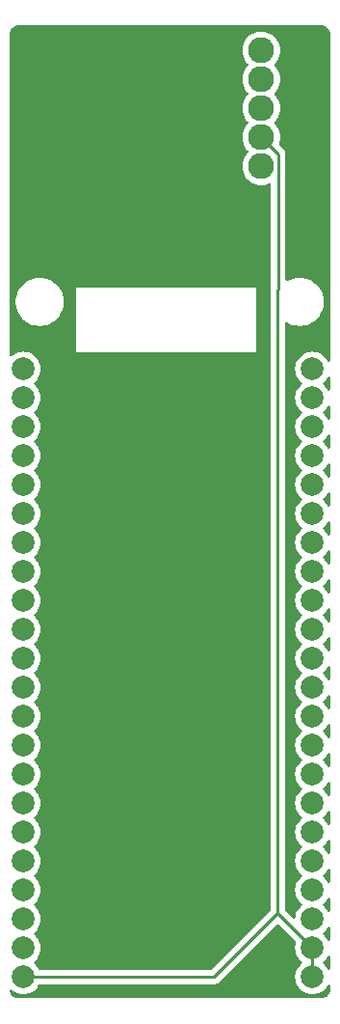
<source format=gbr>
%TF.GenerationSoftware,KiCad,Pcbnew,(6.0.11)*%
%TF.CreationDate,2023-06-18T22:22:59+02:00*%
%TF.ProjectId,rd-03,72642d30-332e-46b6-9963-61645f706362,rev?*%
%TF.SameCoordinates,Original*%
%TF.FileFunction,Copper,L1,Top*%
%TF.FilePolarity,Positive*%
%FSLAX46Y46*%
G04 Gerber Fmt 4.6, Leading zero omitted, Abs format (unit mm)*
G04 Created by KiCad (PCBNEW (6.0.11)) date 2023-06-18 22:22:59*
%MOMM*%
%LPD*%
G01*
G04 APERTURE LIST*
%TA.AperFunction,ComponentPad*%
%ADD10C,2.000000*%
%TD*%
%TA.AperFunction,ComponentPad*%
%ADD11C,2.286000*%
%TD*%
%TA.AperFunction,Conductor*%
%ADD12C,0.250000*%
%TD*%
G04 APERTURE END LIST*
D10*
%TO.P,U2,1,3.3*%
%TO.N,+3.3V*%
X103331736Y-77636900D03*
%TO.P,U2,2,3.3*%
%TO.N,unconnected-(U2-Pad2)*%
X103331736Y-80176900D03*
%TO.P,U2,3,RST*%
%TO.N,unconnected-(U2-Pad3)*%
X103331736Y-82716900D03*
%TO.P,U2,4,4*%
%TO.N,unconnected-(U2-Pad4)*%
X103331736Y-85256900D03*
%TO.P,U2,5,5*%
%TO.N,unconnected-(U2-Pad5)*%
X103331736Y-87796900D03*
%TO.P,U2,6,6*%
%TO.N,unconnected-(U2-Pad6)*%
X103331736Y-90336900D03*
%TO.P,U2,7,7*%
%TO.N,unconnected-(U2-Pad7)*%
X103331736Y-92876900D03*
%TO.P,U2,8,15*%
%TO.N,unconnected-(U2-Pad8)*%
X103331736Y-95416900D03*
%TO.P,U2,9,16*%
%TO.N,unconnected-(U2-Pad9)*%
X103331736Y-97956900D03*
%TO.P,U2,10,17*%
%TO.N,unconnected-(U2-Pad10)*%
X103331736Y-100496900D03*
%TO.P,U2,11,18*%
%TO.N,unconnected-(U2-Pad11)*%
X103331736Y-103036900D03*
%TO.P,U2,12,8*%
%TO.N,unconnected-(U2-Pad12)*%
X103331736Y-105576900D03*
%TO.P,U2,13,3*%
%TO.N,unconnected-(U2-Pad13)*%
X103331736Y-108116900D03*
%TO.P,U2,14,46*%
%TO.N,unconnected-(U2-Pad14)*%
X103331736Y-110656900D03*
%TO.P,U2,15,9*%
%TO.N,unconnected-(U2-Pad15)*%
X103331736Y-113196900D03*
%TO.P,U2,16,10*%
%TO.N,unconnected-(U2-Pad16)*%
X103331736Y-115736900D03*
%TO.P,U2,17,11*%
%TO.N,unconnected-(U2-Pad17)*%
X103331736Y-118276900D03*
%TO.P,U2,18,12*%
%TO.N,unconnected-(U2-Pad18)*%
X103331736Y-120816900D03*
%TO.P,U2,19,13*%
%TO.N,unconnected-(U2-Pad19)*%
X103331736Y-123356900D03*
%TO.P,U2,20,14*%
%TO.N,unconnected-(U2-Pad20)*%
X103331736Y-125896900D03*
%TO.P,U2,21,5V*%
%TO.N,unconnected-(U2-Pad21)*%
X103331736Y-128436900D03*
%TO.P,U2,22,GND*%
%TO.N,GND*%
X103331736Y-130976900D03*
%TO.P,U2,23,GND*%
X128733600Y-130976900D03*
%TO.P,U2,24,GND*%
X128731736Y-128436900D03*
%TO.P,U2,25,19*%
%TO.N,unconnected-(U2-Pad25)*%
X128731736Y-125896900D03*
%TO.P,U2,26,20*%
%TO.N,unconnected-(U2-Pad26)*%
X128731736Y-123356900D03*
%TO.P,U2,27,21*%
%TO.N,unconnected-(U2-Pad27)*%
X128731736Y-120816900D03*
%TO.P,U2,28,47*%
%TO.N,unconnected-(U2-Pad28)*%
X128731736Y-118276900D03*
%TO.P,U2,29,48*%
%TO.N,unconnected-(U2-Pad29)*%
X128731736Y-115736900D03*
%TO.P,U2,30,45*%
%TO.N,unconnected-(U2-Pad30)*%
X128731736Y-113196900D03*
%TO.P,U2,31,0*%
%TO.N,unconnected-(U2-Pad31)*%
X128731736Y-110656900D03*
%TO.P,U2,32,35*%
%TO.N,unconnected-(U2-Pad32)*%
X128731736Y-108116900D03*
%TO.P,U2,33,36*%
%TO.N,unconnected-(U2-Pad33)*%
X128731736Y-105576900D03*
%TO.P,U2,34,37*%
%TO.N,unconnected-(U2-Pad34)*%
X128731736Y-103036900D03*
%TO.P,U2,35,38*%
%TO.N,unconnected-(U2-Pad35)*%
X128731736Y-100496900D03*
%TO.P,U2,36,39*%
%TO.N,unconnected-(U2-Pad36)*%
X128731736Y-97956900D03*
%TO.P,U2,37,40*%
%TO.N,/OT2*%
X128731736Y-95416900D03*
%TO.P,U2,38,41*%
%TO.N,/GPIO41*%
X128731736Y-92876900D03*
%TO.P,U2,39,42*%
%TO.N,/GPIO42*%
X128731736Y-90336900D03*
%TO.P,U2,40,2*%
%TO.N,unconnected-(U2-Pad40)*%
X128731736Y-87796900D03*
%TO.P,U2,41,1*%
%TO.N,unconnected-(U2-Pad41)*%
X128731736Y-85256900D03*
%TO.P,U2,42,RX*%
%TO.N,unconnected-(U2-Pad42)*%
X128731736Y-82716900D03*
%TO.P,U2,43,TX*%
%TO.N,unconnected-(U2-Pad43)*%
X128731736Y-80176900D03*
%TO.P,U2,44,GND*%
%TO.N,unconnected-(U2-Pad44)*%
X128731736Y-77636900D03*
%TD*%
D11*
%TO.P,U1,1,OT2*%
%TO.N,/OT2*%
X124242202Y-49700851D03*
%TO.P,U1,2,RX*%
%TO.N,/GPIO42*%
X124242202Y-52240851D03*
%TO.P,U1,3,OT1*%
%TO.N,/GPIO41*%
X124242202Y-54780851D03*
%TO.P,U1,4,GND*%
%TO.N,GND*%
X124242202Y-57320851D03*
%TO.P,U1,5,3.3*%
%TO.N,+3.3V*%
X124242202Y-59860851D03*
%TD*%
D12*
%TO.N,GND*%
X128731700Y-130975000D02*
X128731700Y-128436900D01*
X128733600Y-130976900D02*
X128731700Y-130975000D01*
X120097900Y-130976900D02*
X125684800Y-125390000D01*
X103331700Y-130976900D02*
X120097900Y-130976900D01*
X125684800Y-70699500D02*
X125684800Y-125390000D01*
X125735500Y-70648800D02*
X125684800Y-70699500D01*
X125735500Y-58814100D02*
X125735500Y-70648800D01*
X124242200Y-57320800D02*
X125735500Y-58814100D01*
X125684800Y-125390000D02*
X128731700Y-128436900D01*
%TD*%
%TA.AperFunction,NonConductor*%
G36*
X130255954Y-78312162D02*
G01*
X130295608Y-78371053D01*
X130301500Y-78409132D01*
X130301500Y-79404668D01*
X130281498Y-79472789D01*
X130227842Y-79519282D01*
X130157568Y-79529386D01*
X130092988Y-79499892D01*
X130068068Y-79470503D01*
X129958501Y-79291707D01*
X129958494Y-79291697D01*
X129955912Y-79287484D01*
X129801705Y-79106931D01*
X129797949Y-79103723D01*
X129797944Y-79103718D01*
X129679680Y-79002711D01*
X129640870Y-78943261D01*
X129640364Y-78872266D01*
X129679680Y-78811089D01*
X129797944Y-78710082D01*
X129797949Y-78710077D01*
X129801705Y-78706869D01*
X129955912Y-78526316D01*
X129958494Y-78522102D01*
X129958501Y-78522093D01*
X130068068Y-78343297D01*
X130120715Y-78295666D01*
X130190757Y-78284059D01*
X130255954Y-78312162D01*
G37*
%TD.AperFunction*%
%TA.AperFunction,NonConductor*%
G36*
X130255954Y-80852162D02*
G01*
X130295608Y-80911053D01*
X130301500Y-80949132D01*
X130301500Y-81944668D01*
X130281498Y-82012789D01*
X130227842Y-82059282D01*
X130157568Y-82069386D01*
X130092988Y-82039892D01*
X130068068Y-82010503D01*
X129958501Y-81831707D01*
X129958494Y-81831697D01*
X129955912Y-81827484D01*
X129801705Y-81646931D01*
X129797949Y-81643723D01*
X129797944Y-81643718D01*
X129679680Y-81542711D01*
X129640870Y-81483261D01*
X129640364Y-81412266D01*
X129679680Y-81351089D01*
X129797944Y-81250082D01*
X129797949Y-81250077D01*
X129801705Y-81246869D01*
X129955912Y-81066316D01*
X129958494Y-81062102D01*
X129958501Y-81062093D01*
X130068068Y-80883297D01*
X130120715Y-80835666D01*
X130190757Y-80824059D01*
X130255954Y-80852162D01*
G37*
%TD.AperFunction*%
%TA.AperFunction,NonConductor*%
G36*
X130255954Y-83392162D02*
G01*
X130295608Y-83451053D01*
X130301500Y-83489132D01*
X130301500Y-84484668D01*
X130281498Y-84552789D01*
X130227842Y-84599282D01*
X130157568Y-84609386D01*
X130092988Y-84579892D01*
X130068068Y-84550503D01*
X129958501Y-84371707D01*
X129958494Y-84371697D01*
X129955912Y-84367484D01*
X129801705Y-84186931D01*
X129797949Y-84183723D01*
X129797944Y-84183718D01*
X129679680Y-84082711D01*
X129640870Y-84023261D01*
X129640364Y-83952266D01*
X129679680Y-83891089D01*
X129797944Y-83790082D01*
X129797949Y-83790077D01*
X129801705Y-83786869D01*
X129955912Y-83606316D01*
X129958494Y-83602102D01*
X129958501Y-83602093D01*
X130068068Y-83423297D01*
X130120715Y-83375666D01*
X130190757Y-83364059D01*
X130255954Y-83392162D01*
G37*
%TD.AperFunction*%
%TA.AperFunction,NonConductor*%
G36*
X130255954Y-85932162D02*
G01*
X130295608Y-85991053D01*
X130301500Y-86029132D01*
X130301500Y-87024668D01*
X130281498Y-87092789D01*
X130227842Y-87139282D01*
X130157568Y-87149386D01*
X130092988Y-87119892D01*
X130068068Y-87090503D01*
X129958501Y-86911707D01*
X129958494Y-86911697D01*
X129955912Y-86907484D01*
X129801705Y-86726931D01*
X129797949Y-86723723D01*
X129797944Y-86723718D01*
X129679680Y-86622711D01*
X129640870Y-86563261D01*
X129640364Y-86492266D01*
X129679680Y-86431089D01*
X129797944Y-86330082D01*
X129797949Y-86330077D01*
X129801705Y-86326869D01*
X129955912Y-86146316D01*
X129958494Y-86142102D01*
X129958501Y-86142093D01*
X130068068Y-85963297D01*
X130120715Y-85915666D01*
X130190757Y-85904059D01*
X130255954Y-85932162D01*
G37*
%TD.AperFunction*%
%TA.AperFunction,NonConductor*%
G36*
X130255954Y-88472162D02*
G01*
X130295608Y-88531053D01*
X130301500Y-88569132D01*
X130301500Y-89564668D01*
X130281498Y-89632789D01*
X130227842Y-89679282D01*
X130157568Y-89689386D01*
X130092988Y-89659892D01*
X130068068Y-89630503D01*
X129958501Y-89451707D01*
X129958494Y-89451697D01*
X129955912Y-89447484D01*
X129801705Y-89266931D01*
X129797949Y-89263723D01*
X129797944Y-89263718D01*
X129679680Y-89162711D01*
X129640870Y-89103261D01*
X129640364Y-89032266D01*
X129679680Y-88971089D01*
X129797944Y-88870082D01*
X129797949Y-88870077D01*
X129801705Y-88866869D01*
X129955912Y-88686316D01*
X129958494Y-88682102D01*
X129958501Y-88682093D01*
X130068068Y-88503297D01*
X130120715Y-88455666D01*
X130190757Y-88444059D01*
X130255954Y-88472162D01*
G37*
%TD.AperFunction*%
%TA.AperFunction,NonConductor*%
G36*
X130255954Y-91012162D02*
G01*
X130295608Y-91071053D01*
X130301500Y-91109132D01*
X130301500Y-92104668D01*
X130281498Y-92172789D01*
X130227842Y-92219282D01*
X130157568Y-92229386D01*
X130092988Y-92199892D01*
X130068068Y-92170503D01*
X129958501Y-91991707D01*
X129958494Y-91991697D01*
X129955912Y-91987484D01*
X129801705Y-91806931D01*
X129797949Y-91803723D01*
X129797944Y-91803718D01*
X129679680Y-91702711D01*
X129640870Y-91643261D01*
X129640364Y-91572266D01*
X129679680Y-91511089D01*
X129797944Y-91410082D01*
X129797949Y-91410077D01*
X129801705Y-91406869D01*
X129955912Y-91226316D01*
X129958494Y-91222102D01*
X129958501Y-91222093D01*
X130068068Y-91043297D01*
X130120715Y-90995666D01*
X130190757Y-90984059D01*
X130255954Y-91012162D01*
G37*
%TD.AperFunction*%
%TA.AperFunction,NonConductor*%
G36*
X130255954Y-93552162D02*
G01*
X130295608Y-93611053D01*
X130301500Y-93649132D01*
X130301500Y-94644668D01*
X130281498Y-94712789D01*
X130227842Y-94759282D01*
X130157568Y-94769386D01*
X130092988Y-94739892D01*
X130068068Y-94710503D01*
X129958501Y-94531707D01*
X129958494Y-94531697D01*
X129955912Y-94527484D01*
X129801705Y-94346931D01*
X129797949Y-94343723D01*
X129797944Y-94343718D01*
X129679680Y-94242711D01*
X129640870Y-94183261D01*
X129640364Y-94112266D01*
X129679680Y-94051089D01*
X129797944Y-93950082D01*
X129797949Y-93950077D01*
X129801705Y-93946869D01*
X129955912Y-93766316D01*
X129958494Y-93762102D01*
X129958501Y-93762093D01*
X130068068Y-93583297D01*
X130120715Y-93535666D01*
X130190757Y-93524059D01*
X130255954Y-93552162D01*
G37*
%TD.AperFunction*%
%TA.AperFunction,NonConductor*%
G36*
X130255954Y-96092162D02*
G01*
X130295608Y-96151053D01*
X130301500Y-96189132D01*
X130301500Y-97184668D01*
X130281498Y-97252789D01*
X130227842Y-97299282D01*
X130157568Y-97309386D01*
X130092988Y-97279892D01*
X130068068Y-97250503D01*
X129958501Y-97071707D01*
X129958494Y-97071697D01*
X129955912Y-97067484D01*
X129801705Y-96886931D01*
X129797949Y-96883723D01*
X129797944Y-96883718D01*
X129679680Y-96782711D01*
X129640870Y-96723261D01*
X129640364Y-96652266D01*
X129679680Y-96591089D01*
X129797944Y-96490082D01*
X129797949Y-96490077D01*
X129801705Y-96486869D01*
X129955912Y-96306316D01*
X129958494Y-96302102D01*
X129958501Y-96302093D01*
X130068068Y-96123297D01*
X130120715Y-96075666D01*
X130190757Y-96064059D01*
X130255954Y-96092162D01*
G37*
%TD.AperFunction*%
%TA.AperFunction,NonConductor*%
G36*
X130255954Y-98632162D02*
G01*
X130295608Y-98691053D01*
X130301500Y-98729132D01*
X130301500Y-99724668D01*
X130281498Y-99792789D01*
X130227842Y-99839282D01*
X130157568Y-99849386D01*
X130092988Y-99819892D01*
X130068068Y-99790503D01*
X129958501Y-99611707D01*
X129958494Y-99611697D01*
X129955912Y-99607484D01*
X129801705Y-99426931D01*
X129797949Y-99423723D01*
X129797944Y-99423718D01*
X129679680Y-99322711D01*
X129640870Y-99263261D01*
X129640364Y-99192266D01*
X129679680Y-99131089D01*
X129797944Y-99030082D01*
X129797949Y-99030077D01*
X129801705Y-99026869D01*
X129955912Y-98846316D01*
X129958494Y-98842102D01*
X129958501Y-98842093D01*
X130068068Y-98663297D01*
X130120715Y-98615666D01*
X130190757Y-98604059D01*
X130255954Y-98632162D01*
G37*
%TD.AperFunction*%
%TA.AperFunction,NonConductor*%
G36*
X130255954Y-101172162D02*
G01*
X130295608Y-101231053D01*
X130301500Y-101269132D01*
X130301500Y-102264668D01*
X130281498Y-102332789D01*
X130227842Y-102379282D01*
X130157568Y-102389386D01*
X130092988Y-102359892D01*
X130068068Y-102330503D01*
X129958501Y-102151707D01*
X129958494Y-102151697D01*
X129955912Y-102147484D01*
X129801705Y-101966931D01*
X129797949Y-101963723D01*
X129797944Y-101963718D01*
X129679680Y-101862711D01*
X129640870Y-101803261D01*
X129640364Y-101732266D01*
X129679680Y-101671089D01*
X129797944Y-101570082D01*
X129797949Y-101570077D01*
X129801705Y-101566869D01*
X129955912Y-101386316D01*
X129958494Y-101382102D01*
X129958501Y-101382093D01*
X130068068Y-101203297D01*
X130120715Y-101155666D01*
X130190757Y-101144059D01*
X130255954Y-101172162D01*
G37*
%TD.AperFunction*%
%TA.AperFunction,NonConductor*%
G36*
X130255954Y-103712162D02*
G01*
X130295608Y-103771053D01*
X130301500Y-103809132D01*
X130301500Y-104804668D01*
X130281498Y-104872789D01*
X130227842Y-104919282D01*
X130157568Y-104929386D01*
X130092988Y-104899892D01*
X130068068Y-104870503D01*
X129958501Y-104691707D01*
X129958494Y-104691697D01*
X129955912Y-104687484D01*
X129801705Y-104506931D01*
X129797949Y-104503723D01*
X129797944Y-104503718D01*
X129679680Y-104402711D01*
X129640870Y-104343261D01*
X129640364Y-104272266D01*
X129679680Y-104211089D01*
X129797944Y-104110082D01*
X129797949Y-104110077D01*
X129801705Y-104106869D01*
X129955912Y-103926316D01*
X129958494Y-103922102D01*
X129958501Y-103922093D01*
X130068068Y-103743297D01*
X130120715Y-103695666D01*
X130190757Y-103684059D01*
X130255954Y-103712162D01*
G37*
%TD.AperFunction*%
%TA.AperFunction,NonConductor*%
G36*
X130255954Y-106252162D02*
G01*
X130295608Y-106311053D01*
X130301500Y-106349132D01*
X130301500Y-107344668D01*
X130281498Y-107412789D01*
X130227842Y-107459282D01*
X130157568Y-107469386D01*
X130092988Y-107439892D01*
X130068068Y-107410503D01*
X129958501Y-107231707D01*
X129958494Y-107231697D01*
X129955912Y-107227484D01*
X129801705Y-107046931D01*
X129797949Y-107043723D01*
X129797944Y-107043718D01*
X129679680Y-106942711D01*
X129640870Y-106883261D01*
X129640364Y-106812266D01*
X129679680Y-106751089D01*
X129797944Y-106650082D01*
X129797949Y-106650077D01*
X129801705Y-106646869D01*
X129955912Y-106466316D01*
X129958494Y-106462102D01*
X129958501Y-106462093D01*
X130068068Y-106283297D01*
X130120715Y-106235666D01*
X130190757Y-106224059D01*
X130255954Y-106252162D01*
G37*
%TD.AperFunction*%
%TA.AperFunction,NonConductor*%
G36*
X130255954Y-108792162D02*
G01*
X130295608Y-108851053D01*
X130301500Y-108889132D01*
X130301500Y-109884668D01*
X130281498Y-109952789D01*
X130227842Y-109999282D01*
X130157568Y-110009386D01*
X130092988Y-109979892D01*
X130068068Y-109950503D01*
X129958501Y-109771707D01*
X129958494Y-109771697D01*
X129955912Y-109767484D01*
X129801705Y-109586931D01*
X129797949Y-109583723D01*
X129797944Y-109583718D01*
X129679680Y-109482711D01*
X129640870Y-109423261D01*
X129640364Y-109352266D01*
X129679680Y-109291089D01*
X129797944Y-109190082D01*
X129797949Y-109190077D01*
X129801705Y-109186869D01*
X129955912Y-109006316D01*
X129958494Y-109002102D01*
X129958501Y-109002093D01*
X130068068Y-108823297D01*
X130120715Y-108775666D01*
X130190757Y-108764059D01*
X130255954Y-108792162D01*
G37*
%TD.AperFunction*%
%TA.AperFunction,NonConductor*%
G36*
X130255954Y-111332162D02*
G01*
X130295608Y-111391053D01*
X130301500Y-111429132D01*
X130301500Y-112424668D01*
X130281498Y-112492789D01*
X130227842Y-112539282D01*
X130157568Y-112549386D01*
X130092988Y-112519892D01*
X130068068Y-112490503D01*
X129958501Y-112311707D01*
X129958494Y-112311697D01*
X129955912Y-112307484D01*
X129801705Y-112126931D01*
X129797949Y-112123723D01*
X129797944Y-112123718D01*
X129679680Y-112022711D01*
X129640870Y-111963261D01*
X129640364Y-111892266D01*
X129679680Y-111831089D01*
X129797944Y-111730082D01*
X129797949Y-111730077D01*
X129801705Y-111726869D01*
X129955912Y-111546316D01*
X129958494Y-111542102D01*
X129958501Y-111542093D01*
X130068068Y-111363297D01*
X130120715Y-111315666D01*
X130190757Y-111304059D01*
X130255954Y-111332162D01*
G37*
%TD.AperFunction*%
%TA.AperFunction,NonConductor*%
G36*
X130255954Y-113872162D02*
G01*
X130295608Y-113931053D01*
X130301500Y-113969132D01*
X130301500Y-114964668D01*
X130281498Y-115032789D01*
X130227842Y-115079282D01*
X130157568Y-115089386D01*
X130092988Y-115059892D01*
X130068068Y-115030503D01*
X129958501Y-114851707D01*
X129958494Y-114851697D01*
X129955912Y-114847484D01*
X129801705Y-114666931D01*
X129797949Y-114663723D01*
X129797944Y-114663718D01*
X129679680Y-114562711D01*
X129640870Y-114503261D01*
X129640364Y-114432266D01*
X129679680Y-114371089D01*
X129797944Y-114270082D01*
X129797949Y-114270077D01*
X129801705Y-114266869D01*
X129955912Y-114086316D01*
X129958494Y-114082102D01*
X129958501Y-114082093D01*
X130068068Y-113903297D01*
X130120715Y-113855666D01*
X130190757Y-113844059D01*
X130255954Y-113872162D01*
G37*
%TD.AperFunction*%
%TA.AperFunction,NonConductor*%
G36*
X130255954Y-116412162D02*
G01*
X130295608Y-116471053D01*
X130301500Y-116509132D01*
X130301500Y-117504668D01*
X130281498Y-117572789D01*
X130227842Y-117619282D01*
X130157568Y-117629386D01*
X130092988Y-117599892D01*
X130068068Y-117570503D01*
X129958501Y-117391707D01*
X129958494Y-117391697D01*
X129955912Y-117387484D01*
X129801705Y-117206931D01*
X129797949Y-117203723D01*
X129797944Y-117203718D01*
X129679680Y-117102711D01*
X129640870Y-117043261D01*
X129640364Y-116972266D01*
X129679680Y-116911089D01*
X129797944Y-116810082D01*
X129797949Y-116810077D01*
X129801705Y-116806869D01*
X129955912Y-116626316D01*
X129958494Y-116622102D01*
X129958501Y-116622093D01*
X130068068Y-116443297D01*
X130120715Y-116395666D01*
X130190757Y-116384059D01*
X130255954Y-116412162D01*
G37*
%TD.AperFunction*%
%TA.AperFunction,NonConductor*%
G36*
X130255954Y-118952162D02*
G01*
X130295608Y-119011053D01*
X130301500Y-119049132D01*
X130301500Y-120044668D01*
X130281498Y-120112789D01*
X130227842Y-120159282D01*
X130157568Y-120169386D01*
X130092988Y-120139892D01*
X130068068Y-120110503D01*
X129958501Y-119931707D01*
X129958494Y-119931697D01*
X129955912Y-119927484D01*
X129801705Y-119746931D01*
X129797949Y-119743723D01*
X129797944Y-119743718D01*
X129679680Y-119642711D01*
X129640870Y-119583261D01*
X129640364Y-119512266D01*
X129679680Y-119451089D01*
X129797944Y-119350082D01*
X129797949Y-119350077D01*
X129801705Y-119346869D01*
X129955912Y-119166316D01*
X129958494Y-119162102D01*
X129958501Y-119162093D01*
X130068068Y-118983297D01*
X130120715Y-118935666D01*
X130190757Y-118924059D01*
X130255954Y-118952162D01*
G37*
%TD.AperFunction*%
%TA.AperFunction,NonConductor*%
G36*
X130255954Y-121492162D02*
G01*
X130295608Y-121551053D01*
X130301500Y-121589132D01*
X130301500Y-122584668D01*
X130281498Y-122652789D01*
X130227842Y-122699282D01*
X130157568Y-122709386D01*
X130092988Y-122679892D01*
X130068068Y-122650503D01*
X129958501Y-122471707D01*
X129958494Y-122471697D01*
X129955912Y-122467484D01*
X129801705Y-122286931D01*
X129797949Y-122283723D01*
X129797944Y-122283718D01*
X129679680Y-122182711D01*
X129640870Y-122123261D01*
X129640364Y-122052266D01*
X129679680Y-121991089D01*
X129797944Y-121890082D01*
X129797949Y-121890077D01*
X129801705Y-121886869D01*
X129955912Y-121706316D01*
X129958494Y-121702102D01*
X129958501Y-121702093D01*
X130068068Y-121523297D01*
X130120715Y-121475666D01*
X130190757Y-121464059D01*
X130255954Y-121492162D01*
G37*
%TD.AperFunction*%
%TA.AperFunction,NonConductor*%
G36*
X130255954Y-124032162D02*
G01*
X130295608Y-124091053D01*
X130301500Y-124129132D01*
X130301500Y-125124668D01*
X130281498Y-125192789D01*
X130227842Y-125239282D01*
X130157568Y-125249386D01*
X130092988Y-125219892D01*
X130068068Y-125190503D01*
X129958501Y-125011707D01*
X129958494Y-125011697D01*
X129955912Y-125007484D01*
X129801705Y-124826931D01*
X129797949Y-124823723D01*
X129797944Y-124823718D01*
X129679680Y-124722711D01*
X129640870Y-124663261D01*
X129640364Y-124592266D01*
X129679680Y-124531089D01*
X129797944Y-124430082D01*
X129797949Y-124430077D01*
X129801705Y-124426869D01*
X129955912Y-124246316D01*
X129958494Y-124242102D01*
X129958501Y-124242093D01*
X130068068Y-124063297D01*
X130120715Y-124015666D01*
X130190757Y-124004059D01*
X130255954Y-124032162D01*
G37*
%TD.AperFunction*%
%TA.AperFunction,NonConductor*%
G36*
X130255954Y-126572162D02*
G01*
X130295608Y-126631053D01*
X130301500Y-126669132D01*
X130301500Y-127664668D01*
X130281498Y-127732789D01*
X130227842Y-127779282D01*
X130157568Y-127789386D01*
X130092988Y-127759892D01*
X130068068Y-127730503D01*
X129958501Y-127551707D01*
X129958494Y-127551697D01*
X129955912Y-127547484D01*
X129801705Y-127366931D01*
X129797949Y-127363723D01*
X129797944Y-127363718D01*
X129679680Y-127262711D01*
X129640870Y-127203261D01*
X129640364Y-127132266D01*
X129679680Y-127071089D01*
X129797944Y-126970082D01*
X129797949Y-126970077D01*
X129801705Y-126966869D01*
X129955912Y-126786316D01*
X129958494Y-126782102D01*
X129958501Y-126782093D01*
X130068068Y-126603297D01*
X130120715Y-126555666D01*
X130190757Y-126544059D01*
X130255954Y-126572162D01*
G37*
%TD.AperFunction*%
%TA.AperFunction,NonConductor*%
G36*
X130255954Y-129112162D02*
G01*
X130295608Y-129171053D01*
X130301500Y-129209132D01*
X130301500Y-130201627D01*
X130281498Y-130269748D01*
X130227842Y-130316241D01*
X130157568Y-130326345D01*
X130092988Y-130296851D01*
X130068067Y-130267462D01*
X129960358Y-130091698D01*
X129957776Y-130087484D01*
X129803569Y-129906931D01*
X129799813Y-129903723D01*
X129799808Y-129903718D01*
X129680612Y-129801915D01*
X129641802Y-129742465D01*
X129641296Y-129671470D01*
X129680612Y-129610293D01*
X129797944Y-129510082D01*
X129797949Y-129510077D01*
X129801705Y-129506869D01*
X129955912Y-129326316D01*
X129958494Y-129322102D01*
X129958501Y-129322093D01*
X130068068Y-129143297D01*
X130120715Y-129095666D01*
X130190757Y-129084059D01*
X130255954Y-129112162D01*
G37*
%TD.AperFunction*%
%TA.AperFunction,NonConductor*%
G36*
X129510018Y-47500000D02*
G01*
X129524852Y-47502310D01*
X129524855Y-47502310D01*
X129533724Y-47503691D01*
X129543659Y-47502392D01*
X129544746Y-47502250D01*
X129573431Y-47501793D01*
X129646741Y-47509013D01*
X129676212Y-47511916D01*
X129700432Y-47516733D01*
X129819546Y-47552866D01*
X129842355Y-47562315D01*
X129952124Y-47620987D01*
X129972655Y-47634705D01*
X130068876Y-47713671D01*
X130086329Y-47731124D01*
X130165295Y-47827345D01*
X130179013Y-47847876D01*
X130237685Y-47957645D01*
X130247134Y-47980454D01*
X130283267Y-48099568D01*
X130288084Y-48123789D01*
X130297541Y-48219809D01*
X130297091Y-48235868D01*
X130297800Y-48235877D01*
X130297690Y-48244853D01*
X130296309Y-48253724D01*
X130297473Y-48262626D01*
X130297473Y-48262628D01*
X130300436Y-48285283D01*
X130301500Y-48301621D01*
X130301500Y-76864668D01*
X130281498Y-76932789D01*
X130227842Y-76979282D01*
X130157568Y-76989386D01*
X130092988Y-76959892D01*
X130068068Y-76930503D01*
X129958501Y-76751707D01*
X129958494Y-76751697D01*
X129955912Y-76747484D01*
X129801705Y-76566931D01*
X129621152Y-76412724D01*
X129616944Y-76410145D01*
X129616938Y-76410141D01*
X129422919Y-76291246D01*
X129418699Y-76288660D01*
X129414129Y-76286767D01*
X129414125Y-76286765D01*
X129203903Y-76199689D01*
X129203901Y-76199688D01*
X129199330Y-76197795D01*
X129119127Y-76178540D01*
X128973260Y-76143520D01*
X128973254Y-76143519D01*
X128968447Y-76142365D01*
X128731736Y-76123735D01*
X128495025Y-76142365D01*
X128490218Y-76143519D01*
X128490212Y-76143520D01*
X128344345Y-76178540D01*
X128264142Y-76197795D01*
X128259571Y-76199688D01*
X128259569Y-76199689D01*
X128049347Y-76286765D01*
X128049343Y-76286767D01*
X128044773Y-76288660D01*
X128040553Y-76291246D01*
X127846534Y-76410141D01*
X127846528Y-76410145D01*
X127842320Y-76412724D01*
X127661767Y-76566931D01*
X127507560Y-76747484D01*
X127504981Y-76751692D01*
X127504977Y-76751698D01*
X127435749Y-76864668D01*
X127383496Y-76949937D01*
X127381603Y-76954507D01*
X127381601Y-76954511D01*
X127294525Y-77164733D01*
X127292631Y-77169306D01*
X127237201Y-77400189D01*
X127218571Y-77636900D01*
X127237201Y-77873611D01*
X127292631Y-78104494D01*
X127294524Y-78109065D01*
X127294525Y-78109067D01*
X127367009Y-78284059D01*
X127383496Y-78323863D01*
X127386082Y-78328083D01*
X127504977Y-78522102D01*
X127504981Y-78522108D01*
X127507560Y-78526316D01*
X127661767Y-78706869D01*
X127665523Y-78710077D01*
X127665528Y-78710082D01*
X127783792Y-78811089D01*
X127822602Y-78870539D01*
X127823108Y-78941534D01*
X127783792Y-79002711D01*
X127665528Y-79103718D01*
X127665523Y-79103723D01*
X127661767Y-79106931D01*
X127507560Y-79287484D01*
X127504981Y-79291692D01*
X127504977Y-79291698D01*
X127435749Y-79404668D01*
X127383496Y-79489937D01*
X127381603Y-79494507D01*
X127381601Y-79494511D01*
X127294525Y-79704733D01*
X127292631Y-79709306D01*
X127237201Y-79940189D01*
X127218571Y-80176900D01*
X127237201Y-80413611D01*
X127292631Y-80644494D01*
X127294524Y-80649065D01*
X127294525Y-80649067D01*
X127367009Y-80824059D01*
X127383496Y-80863863D01*
X127386082Y-80868083D01*
X127504977Y-81062102D01*
X127504981Y-81062108D01*
X127507560Y-81066316D01*
X127661767Y-81246869D01*
X127665523Y-81250077D01*
X127665528Y-81250082D01*
X127783792Y-81351089D01*
X127822602Y-81410539D01*
X127823108Y-81481534D01*
X127783792Y-81542711D01*
X127665528Y-81643718D01*
X127665523Y-81643723D01*
X127661767Y-81646931D01*
X127507560Y-81827484D01*
X127504981Y-81831692D01*
X127504977Y-81831698D01*
X127435749Y-81944668D01*
X127383496Y-82029937D01*
X127381603Y-82034507D01*
X127381601Y-82034511D01*
X127294525Y-82244733D01*
X127292631Y-82249306D01*
X127237201Y-82480189D01*
X127218571Y-82716900D01*
X127237201Y-82953611D01*
X127292631Y-83184494D01*
X127294524Y-83189065D01*
X127294525Y-83189067D01*
X127367009Y-83364059D01*
X127383496Y-83403863D01*
X127386082Y-83408083D01*
X127504977Y-83602102D01*
X127504981Y-83602108D01*
X127507560Y-83606316D01*
X127661767Y-83786869D01*
X127665523Y-83790077D01*
X127665528Y-83790082D01*
X127783792Y-83891089D01*
X127822602Y-83950539D01*
X127823108Y-84021534D01*
X127783792Y-84082711D01*
X127665528Y-84183718D01*
X127665523Y-84183723D01*
X127661767Y-84186931D01*
X127507560Y-84367484D01*
X127504981Y-84371692D01*
X127504977Y-84371698D01*
X127435749Y-84484668D01*
X127383496Y-84569937D01*
X127381603Y-84574507D01*
X127381601Y-84574511D01*
X127294525Y-84784733D01*
X127292631Y-84789306D01*
X127237201Y-85020189D01*
X127218571Y-85256900D01*
X127237201Y-85493611D01*
X127292631Y-85724494D01*
X127294524Y-85729065D01*
X127294525Y-85729067D01*
X127367009Y-85904059D01*
X127383496Y-85943863D01*
X127386082Y-85948083D01*
X127504977Y-86142102D01*
X127504981Y-86142108D01*
X127507560Y-86146316D01*
X127661767Y-86326869D01*
X127665523Y-86330077D01*
X127665528Y-86330082D01*
X127783792Y-86431089D01*
X127822602Y-86490539D01*
X127823108Y-86561534D01*
X127783792Y-86622711D01*
X127665528Y-86723718D01*
X127665523Y-86723723D01*
X127661767Y-86726931D01*
X127507560Y-86907484D01*
X127504981Y-86911692D01*
X127504977Y-86911698D01*
X127435749Y-87024668D01*
X127383496Y-87109937D01*
X127381603Y-87114507D01*
X127381601Y-87114511D01*
X127294525Y-87324733D01*
X127292631Y-87329306D01*
X127237201Y-87560189D01*
X127218571Y-87796900D01*
X127237201Y-88033611D01*
X127292631Y-88264494D01*
X127294524Y-88269065D01*
X127294525Y-88269067D01*
X127367009Y-88444059D01*
X127383496Y-88483863D01*
X127386082Y-88488083D01*
X127504977Y-88682102D01*
X127504981Y-88682108D01*
X127507560Y-88686316D01*
X127661767Y-88866869D01*
X127665523Y-88870077D01*
X127665528Y-88870082D01*
X127783792Y-88971089D01*
X127822602Y-89030539D01*
X127823108Y-89101534D01*
X127783792Y-89162711D01*
X127665528Y-89263718D01*
X127665523Y-89263723D01*
X127661767Y-89266931D01*
X127507560Y-89447484D01*
X127504981Y-89451692D01*
X127504977Y-89451698D01*
X127435749Y-89564668D01*
X127383496Y-89649937D01*
X127381603Y-89654507D01*
X127381601Y-89654511D01*
X127294525Y-89864733D01*
X127292631Y-89869306D01*
X127237201Y-90100189D01*
X127218571Y-90336900D01*
X127237201Y-90573611D01*
X127292631Y-90804494D01*
X127294524Y-90809065D01*
X127294525Y-90809067D01*
X127367009Y-90984059D01*
X127383496Y-91023863D01*
X127386082Y-91028083D01*
X127504977Y-91222102D01*
X127504981Y-91222108D01*
X127507560Y-91226316D01*
X127661767Y-91406869D01*
X127665523Y-91410077D01*
X127665528Y-91410082D01*
X127783792Y-91511089D01*
X127822602Y-91570539D01*
X127823108Y-91641534D01*
X127783792Y-91702711D01*
X127665528Y-91803718D01*
X127665523Y-91803723D01*
X127661767Y-91806931D01*
X127507560Y-91987484D01*
X127504981Y-91991692D01*
X127504977Y-91991698D01*
X127435749Y-92104668D01*
X127383496Y-92189937D01*
X127381603Y-92194507D01*
X127381601Y-92194511D01*
X127294525Y-92404733D01*
X127292631Y-92409306D01*
X127237201Y-92640189D01*
X127218571Y-92876900D01*
X127237201Y-93113611D01*
X127292631Y-93344494D01*
X127294524Y-93349065D01*
X127294525Y-93349067D01*
X127367009Y-93524059D01*
X127383496Y-93563863D01*
X127386082Y-93568083D01*
X127504977Y-93762102D01*
X127504981Y-93762108D01*
X127507560Y-93766316D01*
X127661767Y-93946869D01*
X127665523Y-93950077D01*
X127665528Y-93950082D01*
X127783792Y-94051089D01*
X127822602Y-94110539D01*
X127823108Y-94181534D01*
X127783792Y-94242711D01*
X127665528Y-94343718D01*
X127665523Y-94343723D01*
X127661767Y-94346931D01*
X127507560Y-94527484D01*
X127504981Y-94531692D01*
X127504977Y-94531698D01*
X127435749Y-94644668D01*
X127383496Y-94729937D01*
X127381603Y-94734507D01*
X127381601Y-94734511D01*
X127294525Y-94944733D01*
X127292631Y-94949306D01*
X127237201Y-95180189D01*
X127218571Y-95416900D01*
X127237201Y-95653611D01*
X127292631Y-95884494D01*
X127294524Y-95889065D01*
X127294525Y-95889067D01*
X127367009Y-96064059D01*
X127383496Y-96103863D01*
X127386082Y-96108083D01*
X127504977Y-96302102D01*
X127504981Y-96302108D01*
X127507560Y-96306316D01*
X127661767Y-96486869D01*
X127665523Y-96490077D01*
X127665528Y-96490082D01*
X127783792Y-96591089D01*
X127822602Y-96650539D01*
X127823108Y-96721534D01*
X127783792Y-96782711D01*
X127665528Y-96883718D01*
X127665523Y-96883723D01*
X127661767Y-96886931D01*
X127507560Y-97067484D01*
X127504981Y-97071692D01*
X127504977Y-97071698D01*
X127435749Y-97184668D01*
X127383496Y-97269937D01*
X127381603Y-97274507D01*
X127381601Y-97274511D01*
X127294525Y-97484733D01*
X127292631Y-97489306D01*
X127237201Y-97720189D01*
X127218571Y-97956900D01*
X127237201Y-98193611D01*
X127292631Y-98424494D01*
X127294524Y-98429065D01*
X127294525Y-98429067D01*
X127367009Y-98604059D01*
X127383496Y-98643863D01*
X127386082Y-98648083D01*
X127504977Y-98842102D01*
X127504981Y-98842108D01*
X127507560Y-98846316D01*
X127661767Y-99026869D01*
X127665523Y-99030077D01*
X127665528Y-99030082D01*
X127783792Y-99131089D01*
X127822602Y-99190539D01*
X127823108Y-99261534D01*
X127783792Y-99322711D01*
X127665528Y-99423718D01*
X127665523Y-99423723D01*
X127661767Y-99426931D01*
X127507560Y-99607484D01*
X127504981Y-99611692D01*
X127504977Y-99611698D01*
X127435749Y-99724668D01*
X127383496Y-99809937D01*
X127381603Y-99814507D01*
X127381601Y-99814511D01*
X127294525Y-100024733D01*
X127292631Y-100029306D01*
X127237201Y-100260189D01*
X127218571Y-100496900D01*
X127237201Y-100733611D01*
X127292631Y-100964494D01*
X127294524Y-100969065D01*
X127294525Y-100969067D01*
X127367009Y-101144059D01*
X127383496Y-101183863D01*
X127386082Y-101188083D01*
X127504977Y-101382102D01*
X127504981Y-101382108D01*
X127507560Y-101386316D01*
X127661767Y-101566869D01*
X127665523Y-101570077D01*
X127665528Y-101570082D01*
X127783792Y-101671089D01*
X127822602Y-101730539D01*
X127823108Y-101801534D01*
X127783792Y-101862711D01*
X127665528Y-101963718D01*
X127665523Y-101963723D01*
X127661767Y-101966931D01*
X127507560Y-102147484D01*
X127504981Y-102151692D01*
X127504977Y-102151698D01*
X127435749Y-102264668D01*
X127383496Y-102349937D01*
X127381603Y-102354507D01*
X127381601Y-102354511D01*
X127294525Y-102564733D01*
X127292631Y-102569306D01*
X127237201Y-102800189D01*
X127218571Y-103036900D01*
X127237201Y-103273611D01*
X127292631Y-103504494D01*
X127294524Y-103509065D01*
X127294525Y-103509067D01*
X127367009Y-103684059D01*
X127383496Y-103723863D01*
X127386082Y-103728083D01*
X127504977Y-103922102D01*
X127504981Y-103922108D01*
X127507560Y-103926316D01*
X127661767Y-104106869D01*
X127665523Y-104110077D01*
X127665528Y-104110082D01*
X127783792Y-104211089D01*
X127822602Y-104270539D01*
X127823108Y-104341534D01*
X127783792Y-104402711D01*
X127665528Y-104503718D01*
X127665523Y-104503723D01*
X127661767Y-104506931D01*
X127507560Y-104687484D01*
X127504981Y-104691692D01*
X127504977Y-104691698D01*
X127435749Y-104804668D01*
X127383496Y-104889937D01*
X127381603Y-104894507D01*
X127381601Y-104894511D01*
X127294525Y-105104733D01*
X127292631Y-105109306D01*
X127237201Y-105340189D01*
X127218571Y-105576900D01*
X127237201Y-105813611D01*
X127292631Y-106044494D01*
X127294524Y-106049065D01*
X127294525Y-106049067D01*
X127367009Y-106224059D01*
X127383496Y-106263863D01*
X127386082Y-106268083D01*
X127504977Y-106462102D01*
X127504981Y-106462108D01*
X127507560Y-106466316D01*
X127661767Y-106646869D01*
X127665523Y-106650077D01*
X127665528Y-106650082D01*
X127783792Y-106751089D01*
X127822602Y-106810539D01*
X127823108Y-106881534D01*
X127783792Y-106942711D01*
X127665528Y-107043718D01*
X127665523Y-107043723D01*
X127661767Y-107046931D01*
X127507560Y-107227484D01*
X127504981Y-107231692D01*
X127504977Y-107231698D01*
X127435749Y-107344668D01*
X127383496Y-107429937D01*
X127381603Y-107434507D01*
X127381601Y-107434511D01*
X127294525Y-107644733D01*
X127292631Y-107649306D01*
X127237201Y-107880189D01*
X127218571Y-108116900D01*
X127237201Y-108353611D01*
X127292631Y-108584494D01*
X127294524Y-108589065D01*
X127294525Y-108589067D01*
X127367009Y-108764059D01*
X127383496Y-108803863D01*
X127386082Y-108808083D01*
X127504977Y-109002102D01*
X127504981Y-109002108D01*
X127507560Y-109006316D01*
X127661767Y-109186869D01*
X127665523Y-109190077D01*
X127665528Y-109190082D01*
X127783792Y-109291089D01*
X127822602Y-109350539D01*
X127823108Y-109421534D01*
X127783792Y-109482711D01*
X127665528Y-109583718D01*
X127665523Y-109583723D01*
X127661767Y-109586931D01*
X127507560Y-109767484D01*
X127504981Y-109771692D01*
X127504977Y-109771698D01*
X127435749Y-109884668D01*
X127383496Y-109969937D01*
X127381603Y-109974507D01*
X127381601Y-109974511D01*
X127294525Y-110184733D01*
X127292631Y-110189306D01*
X127237201Y-110420189D01*
X127218571Y-110656900D01*
X127237201Y-110893611D01*
X127292631Y-111124494D01*
X127294524Y-111129065D01*
X127294525Y-111129067D01*
X127367009Y-111304059D01*
X127383496Y-111343863D01*
X127386082Y-111348083D01*
X127504977Y-111542102D01*
X127504981Y-111542108D01*
X127507560Y-111546316D01*
X127661767Y-111726869D01*
X127665523Y-111730077D01*
X127665528Y-111730082D01*
X127783792Y-111831089D01*
X127822602Y-111890539D01*
X127823108Y-111961534D01*
X127783792Y-112022711D01*
X127665528Y-112123718D01*
X127665523Y-112123723D01*
X127661767Y-112126931D01*
X127507560Y-112307484D01*
X127504981Y-112311692D01*
X127504977Y-112311698D01*
X127435749Y-112424668D01*
X127383496Y-112509937D01*
X127381603Y-112514507D01*
X127381601Y-112514511D01*
X127294525Y-112724733D01*
X127292631Y-112729306D01*
X127237201Y-112960189D01*
X127218571Y-113196900D01*
X127237201Y-113433611D01*
X127292631Y-113664494D01*
X127294524Y-113669065D01*
X127294525Y-113669067D01*
X127367009Y-113844059D01*
X127383496Y-113883863D01*
X127386082Y-113888083D01*
X127504977Y-114082102D01*
X127504981Y-114082108D01*
X127507560Y-114086316D01*
X127661767Y-114266869D01*
X127665523Y-114270077D01*
X127665528Y-114270082D01*
X127783792Y-114371089D01*
X127822602Y-114430539D01*
X127823108Y-114501534D01*
X127783792Y-114562711D01*
X127665528Y-114663718D01*
X127665523Y-114663723D01*
X127661767Y-114666931D01*
X127507560Y-114847484D01*
X127504981Y-114851692D01*
X127504977Y-114851698D01*
X127435749Y-114964668D01*
X127383496Y-115049937D01*
X127381603Y-115054507D01*
X127381601Y-115054511D01*
X127294525Y-115264733D01*
X127292631Y-115269306D01*
X127237201Y-115500189D01*
X127218571Y-115736900D01*
X127237201Y-115973611D01*
X127292631Y-116204494D01*
X127294524Y-116209065D01*
X127294525Y-116209067D01*
X127367009Y-116384059D01*
X127383496Y-116423863D01*
X127386082Y-116428083D01*
X127504977Y-116622102D01*
X127504981Y-116622108D01*
X127507560Y-116626316D01*
X127661767Y-116806869D01*
X127665523Y-116810077D01*
X127665528Y-116810082D01*
X127783792Y-116911089D01*
X127822602Y-116970539D01*
X127823108Y-117041534D01*
X127783792Y-117102711D01*
X127665528Y-117203718D01*
X127665523Y-117203723D01*
X127661767Y-117206931D01*
X127507560Y-117387484D01*
X127504981Y-117391692D01*
X127504977Y-117391698D01*
X127435749Y-117504668D01*
X127383496Y-117589937D01*
X127381603Y-117594507D01*
X127381601Y-117594511D01*
X127294525Y-117804733D01*
X127292631Y-117809306D01*
X127237201Y-118040189D01*
X127218571Y-118276900D01*
X127237201Y-118513611D01*
X127292631Y-118744494D01*
X127294524Y-118749065D01*
X127294525Y-118749067D01*
X127367009Y-118924059D01*
X127383496Y-118963863D01*
X127386082Y-118968083D01*
X127504977Y-119162102D01*
X127504981Y-119162108D01*
X127507560Y-119166316D01*
X127661767Y-119346869D01*
X127665523Y-119350077D01*
X127665528Y-119350082D01*
X127783792Y-119451089D01*
X127822602Y-119510539D01*
X127823108Y-119581534D01*
X127783792Y-119642711D01*
X127665528Y-119743718D01*
X127665523Y-119743723D01*
X127661767Y-119746931D01*
X127507560Y-119927484D01*
X127504981Y-119931692D01*
X127504977Y-119931698D01*
X127435749Y-120044668D01*
X127383496Y-120129937D01*
X127381603Y-120134507D01*
X127381601Y-120134511D01*
X127294525Y-120344733D01*
X127292631Y-120349306D01*
X127237201Y-120580189D01*
X127218571Y-120816900D01*
X127237201Y-121053611D01*
X127292631Y-121284494D01*
X127294524Y-121289065D01*
X127294525Y-121289067D01*
X127367009Y-121464059D01*
X127383496Y-121503863D01*
X127386082Y-121508083D01*
X127504977Y-121702102D01*
X127504981Y-121702108D01*
X127507560Y-121706316D01*
X127661767Y-121886869D01*
X127665523Y-121890077D01*
X127665528Y-121890082D01*
X127783792Y-121991089D01*
X127822602Y-122050539D01*
X127823108Y-122121534D01*
X127783792Y-122182711D01*
X127665528Y-122283718D01*
X127665523Y-122283723D01*
X127661767Y-122286931D01*
X127507560Y-122467484D01*
X127504981Y-122471692D01*
X127504977Y-122471698D01*
X127435749Y-122584668D01*
X127383496Y-122669937D01*
X127381603Y-122674507D01*
X127381601Y-122674511D01*
X127294525Y-122884733D01*
X127292631Y-122889306D01*
X127237201Y-123120189D01*
X127218571Y-123356900D01*
X127237201Y-123593611D01*
X127292631Y-123824494D01*
X127294524Y-123829065D01*
X127294525Y-123829067D01*
X127367009Y-124004059D01*
X127383496Y-124043863D01*
X127386082Y-124048083D01*
X127504977Y-124242102D01*
X127504981Y-124242108D01*
X127507560Y-124246316D01*
X127661767Y-124426869D01*
X127665523Y-124430077D01*
X127665528Y-124430082D01*
X127783792Y-124531089D01*
X127822602Y-124590539D01*
X127823108Y-124661534D01*
X127783792Y-124722711D01*
X127665528Y-124823718D01*
X127665523Y-124823723D01*
X127661767Y-124826931D01*
X127507560Y-125007484D01*
X127504981Y-125011692D01*
X127504977Y-125011698D01*
X127433955Y-125127596D01*
X127383496Y-125209937D01*
X127381603Y-125214507D01*
X127381601Y-125214511D01*
X127294525Y-125424733D01*
X127292631Y-125429306D01*
X127237201Y-125660189D01*
X127236813Y-125665123D01*
X127230460Y-125745839D01*
X127205174Y-125812180D01*
X127148036Y-125854320D01*
X127077186Y-125858879D01*
X127015753Y-125825048D01*
X126355205Y-125164500D01*
X126321179Y-125102188D01*
X126318300Y-125075405D01*
X126318300Y-73650999D01*
X126338302Y-73582878D01*
X126391958Y-73536385D01*
X126462232Y-73526281D01*
X126513795Y-73547055D01*
X126514188Y-73546422D01*
X126517829Y-73548679D01*
X126521317Y-73551186D01*
X126525112Y-73553195D01*
X126525113Y-73553196D01*
X126546869Y-73564715D01*
X126775392Y-73685712D01*
X127045373Y-73784511D01*
X127326264Y-73845755D01*
X127354841Y-73848004D01*
X127549282Y-73863307D01*
X127549291Y-73863307D01*
X127551739Y-73863500D01*
X127707271Y-73863500D01*
X127709407Y-73863354D01*
X127709418Y-73863354D01*
X127917548Y-73849165D01*
X127917554Y-73849164D01*
X127921825Y-73848873D01*
X127926020Y-73848004D01*
X127926022Y-73848004D01*
X128062584Y-73819723D01*
X128203342Y-73790574D01*
X128474343Y-73694607D01*
X128729812Y-73562750D01*
X128733313Y-73560289D01*
X128733317Y-73560287D01*
X128847418Y-73480095D01*
X128965023Y-73397441D01*
X129175622Y-73201740D01*
X129357713Y-72979268D01*
X129507927Y-72734142D01*
X129623483Y-72470898D01*
X129702244Y-72194406D01*
X129742751Y-71909784D01*
X129742845Y-71891951D01*
X129744235Y-71626583D01*
X129744235Y-71626576D01*
X129744257Y-71622297D01*
X129706732Y-71337266D01*
X129630871Y-71059964D01*
X129518077Y-70795524D01*
X129370439Y-70548839D01*
X129190687Y-70324472D01*
X128982149Y-70126577D01*
X128748683Y-69958814D01*
X128726843Y-69947250D01*
X128690221Y-69927860D01*
X128494608Y-69824288D01*
X128224627Y-69725489D01*
X127943736Y-69664245D01*
X127912685Y-69661801D01*
X127720718Y-69646693D01*
X127720709Y-69646693D01*
X127718261Y-69646500D01*
X127562729Y-69646500D01*
X127560593Y-69646646D01*
X127560582Y-69646646D01*
X127352452Y-69660835D01*
X127352446Y-69660836D01*
X127348175Y-69661127D01*
X127343980Y-69661996D01*
X127343978Y-69661996D01*
X127207416Y-69690277D01*
X127066658Y-69719426D01*
X126795657Y-69815393D01*
X126552789Y-69940746D01*
X126483083Y-69954215D01*
X126417159Y-69927860D01*
X126375950Y-69870047D01*
X126369000Y-69828780D01*
X126369000Y-58892867D01*
X126369527Y-58881684D01*
X126371202Y-58874191D01*
X126369062Y-58806114D01*
X126369000Y-58802155D01*
X126369000Y-58774244D01*
X126368495Y-58770244D01*
X126367562Y-58758401D01*
X126366422Y-58722129D01*
X126366173Y-58714210D01*
X126360522Y-58694758D01*
X126356514Y-58675406D01*
X126354967Y-58663163D01*
X126353974Y-58655303D01*
X126351056Y-58647932D01*
X126337700Y-58614197D01*
X126333855Y-58602970D01*
X126330334Y-58590851D01*
X126321518Y-58560507D01*
X126311207Y-58543072D01*
X126302512Y-58525324D01*
X126295052Y-58506483D01*
X126269064Y-58470713D01*
X126262548Y-58460793D01*
X126244080Y-58429565D01*
X126244078Y-58429562D01*
X126240042Y-58422738D01*
X126225721Y-58408417D01*
X126212880Y-58393383D01*
X126205631Y-58383406D01*
X126200972Y-58376993D01*
X126166895Y-58348802D01*
X126158116Y-58340812D01*
X125828156Y-58010852D01*
X125794130Y-57948540D01*
X125800843Y-57873538D01*
X125815833Y-57837350D01*
X125815836Y-57837342D01*
X125817729Y-57832771D01*
X125878413Y-57580001D01*
X125898809Y-57320851D01*
X125878413Y-57061701D01*
X125817729Y-56808931D01*
X125718250Y-56568767D01*
X125582425Y-56347122D01*
X125413600Y-56149453D01*
X125409838Y-56146240D01*
X125406335Y-56142737D01*
X125407203Y-56141869D01*
X125371523Y-56087214D01*
X125371015Y-56016220D01*
X125407233Y-55959863D01*
X125406335Y-55958965D01*
X125409838Y-55955462D01*
X125413600Y-55952249D01*
X125582425Y-55754580D01*
X125718250Y-55532935D01*
X125817729Y-55292771D01*
X125878413Y-55040001D01*
X125898809Y-54780851D01*
X125878413Y-54521701D01*
X125817729Y-54268931D01*
X125718250Y-54028767D01*
X125582425Y-53807122D01*
X125413600Y-53609453D01*
X125409838Y-53606240D01*
X125406335Y-53602737D01*
X125407203Y-53601869D01*
X125371523Y-53547214D01*
X125371015Y-53476220D01*
X125407233Y-53419863D01*
X125406335Y-53418965D01*
X125409838Y-53415462D01*
X125413600Y-53412249D01*
X125582425Y-53214580D01*
X125718250Y-52992935D01*
X125817729Y-52752771D01*
X125878413Y-52500001D01*
X125898809Y-52240851D01*
X125878413Y-51981701D01*
X125817729Y-51728931D01*
X125718250Y-51488767D01*
X125582425Y-51267122D01*
X125413600Y-51069453D01*
X125409838Y-51066240D01*
X125406335Y-51062737D01*
X125407203Y-51061869D01*
X125371523Y-51007214D01*
X125371015Y-50936220D01*
X125407233Y-50879863D01*
X125406335Y-50878965D01*
X125409838Y-50875462D01*
X125413600Y-50872249D01*
X125582425Y-50674580D01*
X125718250Y-50452935D01*
X125817729Y-50212771D01*
X125878413Y-49960001D01*
X125898809Y-49700851D01*
X125878413Y-49441701D01*
X125817729Y-49188931D01*
X125718250Y-48948767D01*
X125582425Y-48727122D01*
X125413600Y-48529453D01*
X125215931Y-48360628D01*
X124994286Y-48224803D01*
X124989716Y-48222910D01*
X124989714Y-48222909D01*
X124758695Y-48127218D01*
X124758693Y-48127217D01*
X124754122Y-48125324D01*
X124667659Y-48104566D01*
X124506165Y-48065795D01*
X124506159Y-48065794D01*
X124501352Y-48064640D01*
X124242202Y-48044244D01*
X123983052Y-48064640D01*
X123978245Y-48065794D01*
X123978239Y-48065795D01*
X123816745Y-48104566D01*
X123730282Y-48125324D01*
X123725711Y-48127217D01*
X123725709Y-48127218D01*
X123494690Y-48222909D01*
X123494688Y-48222910D01*
X123490118Y-48224803D01*
X123268473Y-48360628D01*
X123070804Y-48529453D01*
X122901979Y-48727122D01*
X122766154Y-48948767D01*
X122666675Y-49188931D01*
X122605991Y-49441701D01*
X122585595Y-49700851D01*
X122605991Y-49960001D01*
X122666675Y-50212771D01*
X122766154Y-50452935D01*
X122901979Y-50674580D01*
X123070804Y-50872249D01*
X123074566Y-50875462D01*
X123078069Y-50878965D01*
X123077201Y-50879833D01*
X123112881Y-50934488D01*
X123113389Y-51005482D01*
X123077171Y-51061839D01*
X123078069Y-51062737D01*
X123074566Y-51066240D01*
X123070804Y-51069453D01*
X122901979Y-51267122D01*
X122766154Y-51488767D01*
X122666675Y-51728931D01*
X122605991Y-51981701D01*
X122585595Y-52240851D01*
X122605991Y-52500001D01*
X122666675Y-52752771D01*
X122766154Y-52992935D01*
X122901979Y-53214580D01*
X123070804Y-53412249D01*
X123074566Y-53415462D01*
X123078069Y-53418965D01*
X123077201Y-53419833D01*
X123112881Y-53474488D01*
X123113389Y-53545482D01*
X123077171Y-53601839D01*
X123078069Y-53602737D01*
X123074566Y-53606240D01*
X123070804Y-53609453D01*
X122901979Y-53807122D01*
X122766154Y-54028767D01*
X122666675Y-54268931D01*
X122605991Y-54521701D01*
X122585595Y-54780851D01*
X122605991Y-55040001D01*
X122666675Y-55292771D01*
X122766154Y-55532935D01*
X122901979Y-55754580D01*
X123070804Y-55952249D01*
X123074566Y-55955462D01*
X123078069Y-55958965D01*
X123077201Y-55959833D01*
X123112881Y-56014488D01*
X123113389Y-56085482D01*
X123077171Y-56141839D01*
X123078069Y-56142737D01*
X123074566Y-56146240D01*
X123070804Y-56149453D01*
X122901979Y-56347122D01*
X122766154Y-56568767D01*
X122666675Y-56808931D01*
X122605991Y-57061701D01*
X122585595Y-57320851D01*
X122605991Y-57580001D01*
X122666675Y-57832771D01*
X122668568Y-57837342D01*
X122668569Y-57837344D01*
X122715780Y-57951320D01*
X122766154Y-58072935D01*
X122901979Y-58294580D01*
X123070804Y-58492249D01*
X123074566Y-58495462D01*
X123078069Y-58498965D01*
X123077201Y-58499833D01*
X123112881Y-58554488D01*
X123113389Y-58625482D01*
X123077171Y-58681839D01*
X123078069Y-58682737D01*
X123074566Y-58686240D01*
X123070804Y-58689453D01*
X123067591Y-58693215D01*
X122974548Y-58802155D01*
X122901979Y-58887122D01*
X122766154Y-59108767D01*
X122666675Y-59348931D01*
X122605991Y-59601701D01*
X122585595Y-59860851D01*
X122605991Y-60120001D01*
X122666675Y-60372771D01*
X122766154Y-60612935D01*
X122901979Y-60834580D01*
X123070804Y-61032249D01*
X123268473Y-61201074D01*
X123490118Y-61336899D01*
X123494688Y-61338792D01*
X123494690Y-61338793D01*
X123556622Y-61364446D01*
X123730282Y-61436378D01*
X123785752Y-61449695D01*
X123978239Y-61495907D01*
X123978245Y-61495908D01*
X123983052Y-61497062D01*
X124242202Y-61517458D01*
X124501352Y-61497062D01*
X124506159Y-61495908D01*
X124506165Y-61495907D01*
X124698652Y-61449695D01*
X124754122Y-61436378D01*
X124927781Y-61364446D01*
X124998372Y-61356857D01*
X125061859Y-61388636D01*
X125098086Y-61449695D01*
X125102000Y-61480855D01*
X125102000Y-70415585D01*
X125093518Y-70460050D01*
X125091105Y-70464440D01*
X125089134Y-70472115D01*
X125089134Y-70472116D01*
X125086067Y-70484062D01*
X125079663Y-70502766D01*
X125071619Y-70521355D01*
X125070380Y-70529178D01*
X125070377Y-70529188D01*
X125064701Y-70565024D01*
X125062295Y-70576644D01*
X125051300Y-70619470D01*
X125051300Y-70639724D01*
X125049749Y-70659434D01*
X125046580Y-70679443D01*
X125047326Y-70687335D01*
X125050741Y-70723461D01*
X125051300Y-70735319D01*
X125051300Y-125075406D01*
X125031298Y-125143527D01*
X125014395Y-125164501D01*
X119872400Y-130306495D01*
X119810088Y-130340521D01*
X119783305Y-130343400D01*
X104783302Y-130343400D01*
X104715181Y-130323398D01*
X104675869Y-130283235D01*
X104558495Y-130091698D01*
X104558491Y-130091692D01*
X104555912Y-130087484D01*
X104401705Y-129906931D01*
X104397949Y-129903723D01*
X104397944Y-129903718D01*
X104279680Y-129802711D01*
X104240870Y-129743261D01*
X104240364Y-129672266D01*
X104279680Y-129611089D01*
X104397944Y-129510082D01*
X104397949Y-129510077D01*
X104401705Y-129506869D01*
X104555912Y-129326316D01*
X104558491Y-129322108D01*
X104558495Y-129322102D01*
X104677390Y-129128083D01*
X104679976Y-129123863D01*
X104696464Y-129084059D01*
X104768947Y-128909067D01*
X104768948Y-128909065D01*
X104770841Y-128904494D01*
X104826271Y-128673611D01*
X104844901Y-128436900D01*
X104826271Y-128200189D01*
X104770841Y-127969306D01*
X104768947Y-127964733D01*
X104681871Y-127754511D01*
X104681869Y-127754507D01*
X104679976Y-127749937D01*
X104627723Y-127664668D01*
X104558495Y-127551698D01*
X104558491Y-127551692D01*
X104555912Y-127547484D01*
X104401705Y-127366931D01*
X104397949Y-127363723D01*
X104397944Y-127363718D01*
X104279680Y-127262711D01*
X104240870Y-127203261D01*
X104240364Y-127132266D01*
X104279680Y-127071089D01*
X104397944Y-126970082D01*
X104397949Y-126970077D01*
X104401705Y-126966869D01*
X104555912Y-126786316D01*
X104558491Y-126782108D01*
X104558495Y-126782102D01*
X104677390Y-126588083D01*
X104679976Y-126583863D01*
X104696464Y-126544059D01*
X104768947Y-126369067D01*
X104768948Y-126369065D01*
X104770841Y-126364494D01*
X104826271Y-126133611D01*
X104844901Y-125896900D01*
X104826271Y-125660189D01*
X104770841Y-125429306D01*
X104768947Y-125424733D01*
X104681871Y-125214511D01*
X104681869Y-125214507D01*
X104679976Y-125209937D01*
X104629517Y-125127596D01*
X104558495Y-125011698D01*
X104558491Y-125011692D01*
X104555912Y-125007484D01*
X104401705Y-124826931D01*
X104397949Y-124823723D01*
X104397944Y-124823718D01*
X104279680Y-124722711D01*
X104240870Y-124663261D01*
X104240364Y-124592266D01*
X104279680Y-124531089D01*
X104397944Y-124430082D01*
X104397949Y-124430077D01*
X104401705Y-124426869D01*
X104555912Y-124246316D01*
X104558491Y-124242108D01*
X104558495Y-124242102D01*
X104677390Y-124048083D01*
X104679976Y-124043863D01*
X104696464Y-124004059D01*
X104768947Y-123829067D01*
X104768948Y-123829065D01*
X104770841Y-123824494D01*
X104826271Y-123593611D01*
X104844901Y-123356900D01*
X104826271Y-123120189D01*
X104770841Y-122889306D01*
X104768947Y-122884733D01*
X104681871Y-122674511D01*
X104681869Y-122674507D01*
X104679976Y-122669937D01*
X104627723Y-122584668D01*
X104558495Y-122471698D01*
X104558491Y-122471692D01*
X104555912Y-122467484D01*
X104401705Y-122286931D01*
X104397949Y-122283723D01*
X104397944Y-122283718D01*
X104279680Y-122182711D01*
X104240870Y-122123261D01*
X104240364Y-122052266D01*
X104279680Y-121991089D01*
X104397944Y-121890082D01*
X104397949Y-121890077D01*
X104401705Y-121886869D01*
X104555912Y-121706316D01*
X104558491Y-121702108D01*
X104558495Y-121702102D01*
X104677390Y-121508083D01*
X104679976Y-121503863D01*
X104696464Y-121464059D01*
X104768947Y-121289067D01*
X104768948Y-121289065D01*
X104770841Y-121284494D01*
X104826271Y-121053611D01*
X104844901Y-120816900D01*
X104826271Y-120580189D01*
X104770841Y-120349306D01*
X104768947Y-120344733D01*
X104681871Y-120134511D01*
X104681869Y-120134507D01*
X104679976Y-120129937D01*
X104627723Y-120044668D01*
X104558495Y-119931698D01*
X104558491Y-119931692D01*
X104555912Y-119927484D01*
X104401705Y-119746931D01*
X104397949Y-119743723D01*
X104397944Y-119743718D01*
X104279680Y-119642711D01*
X104240870Y-119583261D01*
X104240364Y-119512266D01*
X104279680Y-119451089D01*
X104397944Y-119350082D01*
X104397949Y-119350077D01*
X104401705Y-119346869D01*
X104555912Y-119166316D01*
X104558491Y-119162108D01*
X104558495Y-119162102D01*
X104677390Y-118968083D01*
X104679976Y-118963863D01*
X104696464Y-118924059D01*
X104768947Y-118749067D01*
X104768948Y-118749065D01*
X104770841Y-118744494D01*
X104826271Y-118513611D01*
X104844901Y-118276900D01*
X104826271Y-118040189D01*
X104770841Y-117809306D01*
X104768947Y-117804733D01*
X104681871Y-117594511D01*
X104681869Y-117594507D01*
X104679976Y-117589937D01*
X104627723Y-117504668D01*
X104558495Y-117391698D01*
X104558491Y-117391692D01*
X104555912Y-117387484D01*
X104401705Y-117206931D01*
X104397949Y-117203723D01*
X104397944Y-117203718D01*
X104279680Y-117102711D01*
X104240870Y-117043261D01*
X104240364Y-116972266D01*
X104279680Y-116911089D01*
X104397944Y-116810082D01*
X104397949Y-116810077D01*
X104401705Y-116806869D01*
X104555912Y-116626316D01*
X104558491Y-116622108D01*
X104558495Y-116622102D01*
X104677390Y-116428083D01*
X104679976Y-116423863D01*
X104696464Y-116384059D01*
X104768947Y-116209067D01*
X104768948Y-116209065D01*
X104770841Y-116204494D01*
X104826271Y-115973611D01*
X104844901Y-115736900D01*
X104826271Y-115500189D01*
X104770841Y-115269306D01*
X104768947Y-115264733D01*
X104681871Y-115054511D01*
X104681869Y-115054507D01*
X104679976Y-115049937D01*
X104627723Y-114964668D01*
X104558495Y-114851698D01*
X104558491Y-114851692D01*
X104555912Y-114847484D01*
X104401705Y-114666931D01*
X104397949Y-114663723D01*
X104397944Y-114663718D01*
X104279680Y-114562711D01*
X104240870Y-114503261D01*
X104240364Y-114432266D01*
X104279680Y-114371089D01*
X104397944Y-114270082D01*
X104397949Y-114270077D01*
X104401705Y-114266869D01*
X104555912Y-114086316D01*
X104558491Y-114082108D01*
X104558495Y-114082102D01*
X104677390Y-113888083D01*
X104679976Y-113883863D01*
X104696464Y-113844059D01*
X104768947Y-113669067D01*
X104768948Y-113669065D01*
X104770841Y-113664494D01*
X104826271Y-113433611D01*
X104844901Y-113196900D01*
X104826271Y-112960189D01*
X104770841Y-112729306D01*
X104768947Y-112724733D01*
X104681871Y-112514511D01*
X104681869Y-112514507D01*
X104679976Y-112509937D01*
X104627723Y-112424668D01*
X104558495Y-112311698D01*
X104558491Y-112311692D01*
X104555912Y-112307484D01*
X104401705Y-112126931D01*
X104397949Y-112123723D01*
X104397944Y-112123718D01*
X104279680Y-112022711D01*
X104240870Y-111963261D01*
X104240364Y-111892266D01*
X104279680Y-111831089D01*
X104397944Y-111730082D01*
X104397949Y-111730077D01*
X104401705Y-111726869D01*
X104555912Y-111546316D01*
X104558491Y-111542108D01*
X104558495Y-111542102D01*
X104677390Y-111348083D01*
X104679976Y-111343863D01*
X104696464Y-111304059D01*
X104768947Y-111129067D01*
X104768948Y-111129065D01*
X104770841Y-111124494D01*
X104826271Y-110893611D01*
X104844901Y-110656900D01*
X104826271Y-110420189D01*
X104770841Y-110189306D01*
X104768947Y-110184733D01*
X104681871Y-109974511D01*
X104681869Y-109974507D01*
X104679976Y-109969937D01*
X104627723Y-109884668D01*
X104558495Y-109771698D01*
X104558491Y-109771692D01*
X104555912Y-109767484D01*
X104401705Y-109586931D01*
X104397949Y-109583723D01*
X104397944Y-109583718D01*
X104279680Y-109482711D01*
X104240870Y-109423261D01*
X104240364Y-109352266D01*
X104279680Y-109291089D01*
X104397944Y-109190082D01*
X104397949Y-109190077D01*
X104401705Y-109186869D01*
X104555912Y-109006316D01*
X104558491Y-109002108D01*
X104558495Y-109002102D01*
X104677390Y-108808083D01*
X104679976Y-108803863D01*
X104696464Y-108764059D01*
X104768947Y-108589067D01*
X104768948Y-108589065D01*
X104770841Y-108584494D01*
X104826271Y-108353611D01*
X104844901Y-108116900D01*
X104826271Y-107880189D01*
X104770841Y-107649306D01*
X104768947Y-107644733D01*
X104681871Y-107434511D01*
X104681869Y-107434507D01*
X104679976Y-107429937D01*
X104627723Y-107344668D01*
X104558495Y-107231698D01*
X104558491Y-107231692D01*
X104555912Y-107227484D01*
X104401705Y-107046931D01*
X104397949Y-107043723D01*
X104397944Y-107043718D01*
X104279680Y-106942711D01*
X104240870Y-106883261D01*
X104240364Y-106812266D01*
X104279680Y-106751089D01*
X104397944Y-106650082D01*
X104397949Y-106650077D01*
X104401705Y-106646869D01*
X104555912Y-106466316D01*
X104558491Y-106462108D01*
X104558495Y-106462102D01*
X104677390Y-106268083D01*
X104679976Y-106263863D01*
X104696464Y-106224059D01*
X104768947Y-106049067D01*
X104768948Y-106049065D01*
X104770841Y-106044494D01*
X104826271Y-105813611D01*
X104844901Y-105576900D01*
X104826271Y-105340189D01*
X104770841Y-105109306D01*
X104768947Y-105104733D01*
X104681871Y-104894511D01*
X104681869Y-104894507D01*
X104679976Y-104889937D01*
X104627723Y-104804668D01*
X104558495Y-104691698D01*
X104558491Y-104691692D01*
X104555912Y-104687484D01*
X104401705Y-104506931D01*
X104397949Y-104503723D01*
X104397944Y-104503718D01*
X104279680Y-104402711D01*
X104240870Y-104343261D01*
X104240364Y-104272266D01*
X104279680Y-104211089D01*
X104397944Y-104110082D01*
X104397949Y-104110077D01*
X104401705Y-104106869D01*
X104555912Y-103926316D01*
X104558491Y-103922108D01*
X104558495Y-103922102D01*
X104677390Y-103728083D01*
X104679976Y-103723863D01*
X104696464Y-103684059D01*
X104768947Y-103509067D01*
X104768948Y-103509065D01*
X104770841Y-103504494D01*
X104826271Y-103273611D01*
X104844901Y-103036900D01*
X104826271Y-102800189D01*
X104770841Y-102569306D01*
X104768947Y-102564733D01*
X104681871Y-102354511D01*
X104681869Y-102354507D01*
X104679976Y-102349937D01*
X104627723Y-102264668D01*
X104558495Y-102151698D01*
X104558491Y-102151692D01*
X104555912Y-102147484D01*
X104401705Y-101966931D01*
X104397949Y-101963723D01*
X104397944Y-101963718D01*
X104279680Y-101862711D01*
X104240870Y-101803261D01*
X104240364Y-101732266D01*
X104279680Y-101671089D01*
X104397944Y-101570082D01*
X104397949Y-101570077D01*
X104401705Y-101566869D01*
X104555912Y-101386316D01*
X104558491Y-101382108D01*
X104558495Y-101382102D01*
X104677390Y-101188083D01*
X104679976Y-101183863D01*
X104696464Y-101144059D01*
X104768947Y-100969067D01*
X104768948Y-100969065D01*
X104770841Y-100964494D01*
X104826271Y-100733611D01*
X104844901Y-100496900D01*
X104826271Y-100260189D01*
X104770841Y-100029306D01*
X104768947Y-100024733D01*
X104681871Y-99814511D01*
X104681869Y-99814507D01*
X104679976Y-99809937D01*
X104627723Y-99724668D01*
X104558495Y-99611698D01*
X104558491Y-99611692D01*
X104555912Y-99607484D01*
X104401705Y-99426931D01*
X104397949Y-99423723D01*
X104397944Y-99423718D01*
X104279680Y-99322711D01*
X104240870Y-99263261D01*
X104240364Y-99192266D01*
X104279680Y-99131089D01*
X104397944Y-99030082D01*
X104397949Y-99030077D01*
X104401705Y-99026869D01*
X104555912Y-98846316D01*
X104558491Y-98842108D01*
X104558495Y-98842102D01*
X104677390Y-98648083D01*
X104679976Y-98643863D01*
X104696464Y-98604059D01*
X104768947Y-98429067D01*
X104768948Y-98429065D01*
X104770841Y-98424494D01*
X104826271Y-98193611D01*
X104844901Y-97956900D01*
X104826271Y-97720189D01*
X104770841Y-97489306D01*
X104768947Y-97484733D01*
X104681871Y-97274511D01*
X104681869Y-97274507D01*
X104679976Y-97269937D01*
X104627723Y-97184668D01*
X104558495Y-97071698D01*
X104558491Y-97071692D01*
X104555912Y-97067484D01*
X104401705Y-96886931D01*
X104397949Y-96883723D01*
X104397944Y-96883718D01*
X104279680Y-96782711D01*
X104240870Y-96723261D01*
X104240364Y-96652266D01*
X104279680Y-96591089D01*
X104397944Y-96490082D01*
X104397949Y-96490077D01*
X104401705Y-96486869D01*
X104555912Y-96306316D01*
X104558491Y-96302108D01*
X104558495Y-96302102D01*
X104677390Y-96108083D01*
X104679976Y-96103863D01*
X104696464Y-96064059D01*
X104768947Y-95889067D01*
X104768948Y-95889065D01*
X104770841Y-95884494D01*
X104826271Y-95653611D01*
X104844901Y-95416900D01*
X104826271Y-95180189D01*
X104770841Y-94949306D01*
X104768947Y-94944733D01*
X104681871Y-94734511D01*
X104681869Y-94734507D01*
X104679976Y-94729937D01*
X104627723Y-94644668D01*
X104558495Y-94531698D01*
X104558491Y-94531692D01*
X104555912Y-94527484D01*
X104401705Y-94346931D01*
X104397949Y-94343723D01*
X104397944Y-94343718D01*
X104279680Y-94242711D01*
X104240870Y-94183261D01*
X104240364Y-94112266D01*
X104279680Y-94051089D01*
X104397944Y-93950082D01*
X104397949Y-93950077D01*
X104401705Y-93946869D01*
X104555912Y-93766316D01*
X104558491Y-93762108D01*
X104558495Y-93762102D01*
X104677390Y-93568083D01*
X104679976Y-93563863D01*
X104696464Y-93524059D01*
X104768947Y-93349067D01*
X104768948Y-93349065D01*
X104770841Y-93344494D01*
X104826271Y-93113611D01*
X104844901Y-92876900D01*
X104826271Y-92640189D01*
X104770841Y-92409306D01*
X104768947Y-92404733D01*
X104681871Y-92194511D01*
X104681869Y-92194507D01*
X104679976Y-92189937D01*
X104627723Y-92104668D01*
X104558495Y-91991698D01*
X104558491Y-91991692D01*
X104555912Y-91987484D01*
X104401705Y-91806931D01*
X104397949Y-91803723D01*
X104397944Y-91803718D01*
X104279680Y-91702711D01*
X104240870Y-91643261D01*
X104240364Y-91572266D01*
X104279680Y-91511089D01*
X104397944Y-91410082D01*
X104397949Y-91410077D01*
X104401705Y-91406869D01*
X104555912Y-91226316D01*
X104558491Y-91222108D01*
X104558495Y-91222102D01*
X104677390Y-91028083D01*
X104679976Y-91023863D01*
X104696464Y-90984059D01*
X104768947Y-90809067D01*
X104768948Y-90809065D01*
X104770841Y-90804494D01*
X104826271Y-90573611D01*
X104844901Y-90336900D01*
X104826271Y-90100189D01*
X104770841Y-89869306D01*
X104768947Y-89864733D01*
X104681871Y-89654511D01*
X104681869Y-89654507D01*
X104679976Y-89649937D01*
X104627723Y-89564668D01*
X104558495Y-89451698D01*
X104558491Y-89451692D01*
X104555912Y-89447484D01*
X104401705Y-89266931D01*
X104397949Y-89263723D01*
X104397944Y-89263718D01*
X104279680Y-89162711D01*
X104240870Y-89103261D01*
X104240364Y-89032266D01*
X104279680Y-88971089D01*
X104397944Y-88870082D01*
X104397949Y-88870077D01*
X104401705Y-88866869D01*
X104555912Y-88686316D01*
X104558491Y-88682108D01*
X104558495Y-88682102D01*
X104677390Y-88488083D01*
X104679976Y-88483863D01*
X104696464Y-88444059D01*
X104768947Y-88269067D01*
X104768948Y-88269065D01*
X104770841Y-88264494D01*
X104826271Y-88033611D01*
X104844901Y-87796900D01*
X104826271Y-87560189D01*
X104770841Y-87329306D01*
X104768947Y-87324733D01*
X104681871Y-87114511D01*
X104681869Y-87114507D01*
X104679976Y-87109937D01*
X104627723Y-87024668D01*
X104558495Y-86911698D01*
X104558491Y-86911692D01*
X104555912Y-86907484D01*
X104401705Y-86726931D01*
X104397949Y-86723723D01*
X104397944Y-86723718D01*
X104279680Y-86622711D01*
X104240870Y-86563261D01*
X104240364Y-86492266D01*
X104279680Y-86431089D01*
X104397944Y-86330082D01*
X104397949Y-86330077D01*
X104401705Y-86326869D01*
X104555912Y-86146316D01*
X104558491Y-86142108D01*
X104558495Y-86142102D01*
X104677390Y-85948083D01*
X104679976Y-85943863D01*
X104696464Y-85904059D01*
X104768947Y-85729067D01*
X104768948Y-85729065D01*
X104770841Y-85724494D01*
X104826271Y-85493611D01*
X104844901Y-85256900D01*
X104826271Y-85020189D01*
X104770841Y-84789306D01*
X104768947Y-84784733D01*
X104681871Y-84574511D01*
X104681869Y-84574507D01*
X104679976Y-84569937D01*
X104627723Y-84484668D01*
X104558495Y-84371698D01*
X104558491Y-84371692D01*
X104555912Y-84367484D01*
X104401705Y-84186931D01*
X104397949Y-84183723D01*
X104397944Y-84183718D01*
X104279680Y-84082711D01*
X104240870Y-84023261D01*
X104240364Y-83952266D01*
X104279680Y-83891089D01*
X104397944Y-83790082D01*
X104397949Y-83790077D01*
X104401705Y-83786869D01*
X104555912Y-83606316D01*
X104558491Y-83602108D01*
X104558495Y-83602102D01*
X104677390Y-83408083D01*
X104679976Y-83403863D01*
X104696464Y-83364059D01*
X104768947Y-83189067D01*
X104768948Y-83189065D01*
X104770841Y-83184494D01*
X104826271Y-82953611D01*
X104844901Y-82716900D01*
X104826271Y-82480189D01*
X104770841Y-82249306D01*
X104768947Y-82244733D01*
X104681871Y-82034511D01*
X104681869Y-82034507D01*
X104679976Y-82029937D01*
X104627723Y-81944668D01*
X104558495Y-81831698D01*
X104558491Y-81831692D01*
X104555912Y-81827484D01*
X104401705Y-81646931D01*
X104397949Y-81643723D01*
X104397944Y-81643718D01*
X104279680Y-81542711D01*
X104240870Y-81483261D01*
X104240364Y-81412266D01*
X104279680Y-81351089D01*
X104397944Y-81250082D01*
X104397949Y-81250077D01*
X104401705Y-81246869D01*
X104555912Y-81066316D01*
X104558491Y-81062108D01*
X104558495Y-81062102D01*
X104677390Y-80868083D01*
X104679976Y-80863863D01*
X104696464Y-80824059D01*
X104768947Y-80649067D01*
X104768948Y-80649065D01*
X104770841Y-80644494D01*
X104826271Y-80413611D01*
X104844901Y-80176900D01*
X104826271Y-79940189D01*
X104770841Y-79709306D01*
X104768947Y-79704733D01*
X104681871Y-79494511D01*
X104681869Y-79494507D01*
X104679976Y-79489937D01*
X104627723Y-79404668D01*
X104558495Y-79291698D01*
X104558491Y-79291692D01*
X104555912Y-79287484D01*
X104401705Y-79106931D01*
X104397949Y-79103723D01*
X104397944Y-79103718D01*
X104279680Y-79002711D01*
X104240870Y-78943261D01*
X104240364Y-78872266D01*
X104279680Y-78811089D01*
X104397944Y-78710082D01*
X104397949Y-78710077D01*
X104401705Y-78706869D01*
X104555912Y-78526316D01*
X104558491Y-78522108D01*
X104558495Y-78522102D01*
X104677390Y-78328083D01*
X104679976Y-78323863D01*
X104696464Y-78284059D01*
X104768947Y-78109067D01*
X104768948Y-78109065D01*
X104770841Y-78104494D01*
X104826271Y-77873611D01*
X104844901Y-77636900D01*
X104826271Y-77400189D01*
X104770841Y-77169306D01*
X104768947Y-77164733D01*
X104681871Y-76954511D01*
X104681869Y-76954507D01*
X104679976Y-76949937D01*
X104627723Y-76864668D01*
X104558495Y-76751698D01*
X104558491Y-76751692D01*
X104555912Y-76747484D01*
X104401705Y-76566931D01*
X104221152Y-76412724D01*
X104216944Y-76410145D01*
X104216938Y-76410141D01*
X104022919Y-76291246D01*
X104018699Y-76288660D01*
X104014129Y-76286767D01*
X104014125Y-76286765D01*
X103804654Y-76200000D01*
X107950000Y-76200000D01*
X123825000Y-76200000D01*
X123825000Y-70485000D01*
X107950000Y-70485000D01*
X107950000Y-76200000D01*
X103804654Y-76200000D01*
X103803903Y-76199689D01*
X103803901Y-76199688D01*
X103799330Y-76197795D01*
X103719127Y-76178540D01*
X103573260Y-76143520D01*
X103573254Y-76143519D01*
X103568447Y-76142365D01*
X103331736Y-76123735D01*
X103095025Y-76142365D01*
X103090218Y-76143519D01*
X103090212Y-76143520D01*
X102944345Y-76178540D01*
X102864142Y-76197795D01*
X102859571Y-76199688D01*
X102859569Y-76199689D01*
X102649347Y-76286765D01*
X102649343Y-76286767D01*
X102644773Y-76288660D01*
X102640553Y-76291246D01*
X102446534Y-76410141D01*
X102446528Y-76410145D01*
X102442320Y-76412724D01*
X102316331Y-76520329D01*
X102251541Y-76549360D01*
X102181341Y-76538755D01*
X102128018Y-76491880D01*
X102108500Y-76424518D01*
X102108500Y-71887703D01*
X102665743Y-71887703D01*
X102703268Y-72172734D01*
X102779129Y-72450036D01*
X102891923Y-72714476D01*
X103039561Y-72961161D01*
X103219313Y-73185528D01*
X103427851Y-73383423D01*
X103661317Y-73551186D01*
X103665112Y-73553195D01*
X103665113Y-73553196D01*
X103686869Y-73564715D01*
X103915392Y-73685712D01*
X104185373Y-73784511D01*
X104466264Y-73845755D01*
X104494841Y-73848004D01*
X104689282Y-73863307D01*
X104689291Y-73863307D01*
X104691739Y-73863500D01*
X104847271Y-73863500D01*
X104849407Y-73863354D01*
X104849418Y-73863354D01*
X105057548Y-73849165D01*
X105057554Y-73849164D01*
X105061825Y-73848873D01*
X105066020Y-73848004D01*
X105066022Y-73848004D01*
X105202584Y-73819723D01*
X105343342Y-73790574D01*
X105614343Y-73694607D01*
X105869812Y-73562750D01*
X105873313Y-73560289D01*
X105873317Y-73560287D01*
X105987418Y-73480095D01*
X106105023Y-73397441D01*
X106315622Y-73201740D01*
X106497713Y-72979268D01*
X106647927Y-72734142D01*
X106763483Y-72470898D01*
X106842244Y-72194406D01*
X106882751Y-71909784D01*
X106882845Y-71891951D01*
X106884235Y-71626583D01*
X106884235Y-71626576D01*
X106884257Y-71622297D01*
X106846732Y-71337266D01*
X106770871Y-71059964D01*
X106658077Y-70795524D01*
X106510439Y-70548839D01*
X106330687Y-70324472D01*
X106122149Y-70126577D01*
X105888683Y-69958814D01*
X105866843Y-69947250D01*
X105830221Y-69927860D01*
X105634608Y-69824288D01*
X105364627Y-69725489D01*
X105083736Y-69664245D01*
X105052685Y-69661801D01*
X104860718Y-69646693D01*
X104860709Y-69646693D01*
X104858261Y-69646500D01*
X104702729Y-69646500D01*
X104700593Y-69646646D01*
X104700582Y-69646646D01*
X104492452Y-69660835D01*
X104492446Y-69660836D01*
X104488175Y-69661127D01*
X104483980Y-69661996D01*
X104483978Y-69661996D01*
X104347416Y-69690277D01*
X104206658Y-69719426D01*
X103935657Y-69815393D01*
X103931848Y-69817359D01*
X103717756Y-69927860D01*
X103680188Y-69947250D01*
X103676687Y-69949711D01*
X103676683Y-69949713D01*
X103666594Y-69956804D01*
X103444977Y-70112559D01*
X103234378Y-70308260D01*
X103052287Y-70530732D01*
X102902073Y-70775858D01*
X102786517Y-71039102D01*
X102707756Y-71315594D01*
X102667249Y-71600216D01*
X102667227Y-71604505D01*
X102667226Y-71604512D01*
X102665765Y-71883417D01*
X102665743Y-71887703D01*
X102108500Y-71887703D01*
X102108500Y-48313250D01*
X102110246Y-48292345D01*
X102112770Y-48277344D01*
X102112770Y-48277341D01*
X102113576Y-48272552D01*
X102113729Y-48260000D01*
X102112788Y-48253429D01*
X102112123Y-48223218D01*
X102121916Y-48123789D01*
X102126733Y-48099568D01*
X102162866Y-47980454D01*
X102172315Y-47957645D01*
X102230987Y-47847876D01*
X102244705Y-47827345D01*
X102323671Y-47731124D01*
X102341124Y-47713671D01*
X102437345Y-47634705D01*
X102457876Y-47620987D01*
X102567645Y-47562315D01*
X102590454Y-47552866D01*
X102709568Y-47516733D01*
X102733789Y-47511916D01*
X102829809Y-47502459D01*
X102845868Y-47502909D01*
X102845877Y-47502200D01*
X102854853Y-47502310D01*
X102863724Y-47503691D01*
X102872626Y-47502527D01*
X102872628Y-47502527D01*
X102889059Y-47500378D01*
X102895286Y-47499564D01*
X102911621Y-47498500D01*
X129490633Y-47498500D01*
X129510018Y-47500000D01*
G37*
%TD.AperFunction*%
%TA.AperFunction,NonConductor*%
G36*
X125728832Y-126346038D02*
G01*
X125773895Y-126374999D01*
X127257365Y-127858469D01*
X127291391Y-127920781D01*
X127290789Y-127976978D01*
X127237201Y-128200189D01*
X127218571Y-128436900D01*
X127237201Y-128673611D01*
X127292631Y-128904494D01*
X127294524Y-128909065D01*
X127294525Y-128909067D01*
X127367009Y-129084059D01*
X127383496Y-129123863D01*
X127386082Y-129128083D01*
X127504977Y-129322102D01*
X127504981Y-129322108D01*
X127507560Y-129326316D01*
X127661767Y-129506869D01*
X127665523Y-129510077D01*
X127665528Y-129510082D01*
X127784724Y-129611885D01*
X127823534Y-129671335D01*
X127824040Y-129742330D01*
X127784724Y-129803507D01*
X127667392Y-129903718D01*
X127667387Y-129903723D01*
X127663631Y-129906931D01*
X127509424Y-130087484D01*
X127506845Y-130091692D01*
X127506841Y-130091698D01*
X127399133Y-130267462D01*
X127385360Y-130289937D01*
X127383467Y-130294507D01*
X127383465Y-130294511D01*
X127363215Y-130343400D01*
X127294495Y-130509306D01*
X127239065Y-130740189D01*
X127220435Y-130976900D01*
X127239065Y-131213611D01*
X127294495Y-131444494D01*
X127296388Y-131449065D01*
X127296389Y-131449067D01*
X127368407Y-131622934D01*
X127385360Y-131663863D01*
X127387946Y-131668083D01*
X127506841Y-131862102D01*
X127506845Y-131862108D01*
X127509424Y-131866316D01*
X127663631Y-132046869D01*
X127844184Y-132201076D01*
X127848392Y-132203655D01*
X127848398Y-132203659D01*
X128042417Y-132322554D01*
X128046637Y-132325140D01*
X128051207Y-132327033D01*
X128051211Y-132327035D01*
X128184767Y-132382355D01*
X128266006Y-132416005D01*
X128346209Y-132435260D01*
X128492076Y-132470280D01*
X128492082Y-132470281D01*
X128496889Y-132471435D01*
X128733600Y-132490065D01*
X128970311Y-132471435D01*
X128975118Y-132470281D01*
X128975124Y-132470280D01*
X129120991Y-132435260D01*
X129201194Y-132416005D01*
X129282433Y-132382355D01*
X129415989Y-132327035D01*
X129415993Y-132327033D01*
X129420563Y-132325140D01*
X129424783Y-132322554D01*
X129618802Y-132203659D01*
X129618808Y-132203655D01*
X129623016Y-132201076D01*
X129803569Y-132046869D01*
X129957776Y-131866316D01*
X130068068Y-131686338D01*
X130120715Y-131638707D01*
X130190756Y-131627100D01*
X130255954Y-131655203D01*
X130295608Y-131714094D01*
X130301500Y-131752173D01*
X130301500Y-132030633D01*
X130300000Y-132050018D01*
X130296309Y-132073724D01*
X130297473Y-132082626D01*
X130297750Y-132084746D01*
X130298207Y-132113431D01*
X130295344Y-132142501D01*
X130288084Y-132216212D01*
X130283267Y-132240432D01*
X130247134Y-132359546D01*
X130237685Y-132382355D01*
X130179013Y-132492124D01*
X130165295Y-132512655D01*
X130086329Y-132608876D01*
X130068876Y-132626329D01*
X129972655Y-132705295D01*
X129952124Y-132719013D01*
X129842355Y-132777685D01*
X129819546Y-132787134D01*
X129700432Y-132823267D01*
X129676211Y-132828084D01*
X129580191Y-132837541D01*
X129564132Y-132837091D01*
X129564123Y-132837800D01*
X129555147Y-132837690D01*
X129546276Y-132836309D01*
X129537374Y-132837473D01*
X129537372Y-132837473D01*
X129524856Y-132839110D01*
X129514714Y-132840436D01*
X129498379Y-132841500D01*
X102919367Y-132841500D01*
X102899982Y-132840000D01*
X102885148Y-132837690D01*
X102885145Y-132837690D01*
X102876276Y-132836309D01*
X102866341Y-132837608D01*
X102865254Y-132837750D01*
X102836569Y-132838207D01*
X102763259Y-132830987D01*
X102733788Y-132828084D01*
X102709568Y-132823267D01*
X102590454Y-132787134D01*
X102567645Y-132777685D01*
X102457876Y-132719013D01*
X102437345Y-132705295D01*
X102341124Y-132626329D01*
X102323671Y-132608876D01*
X102244705Y-132512655D01*
X102230987Y-132492124D01*
X102172315Y-132382355D01*
X102162866Y-132359546D01*
X102126733Y-132240432D01*
X102121918Y-132216230D01*
X102121526Y-132212256D01*
X102134744Y-132142501D01*
X102183576Y-132090965D01*
X102252519Y-132074012D01*
X102319683Y-132097023D01*
X102328745Y-132104074D01*
X102442320Y-132201076D01*
X102446528Y-132203655D01*
X102446534Y-132203659D01*
X102640553Y-132322554D01*
X102644773Y-132325140D01*
X102649343Y-132327033D01*
X102649347Y-132327035D01*
X102782903Y-132382355D01*
X102864142Y-132416005D01*
X102944345Y-132435260D01*
X103090212Y-132470280D01*
X103090218Y-132470281D01*
X103095025Y-132471435D01*
X103331736Y-132490065D01*
X103568447Y-132471435D01*
X103573254Y-132470281D01*
X103573260Y-132470280D01*
X103719127Y-132435260D01*
X103799330Y-132416005D01*
X103880569Y-132382355D01*
X104014125Y-132327035D01*
X104014129Y-132327033D01*
X104018699Y-132325140D01*
X104022919Y-132322554D01*
X104216938Y-132203659D01*
X104216944Y-132203655D01*
X104221152Y-132201076D01*
X104401705Y-132046869D01*
X104555912Y-131866316D01*
X104558491Y-131862108D01*
X104558495Y-131862102D01*
X104675869Y-131670565D01*
X104728517Y-131622934D01*
X104783302Y-131610400D01*
X120019133Y-131610400D01*
X120030316Y-131610927D01*
X120037809Y-131612602D01*
X120045735Y-131612353D01*
X120045736Y-131612353D01*
X120105886Y-131610462D01*
X120109845Y-131610400D01*
X120137756Y-131610400D01*
X120141691Y-131609903D01*
X120141756Y-131609895D01*
X120153593Y-131608962D01*
X120185851Y-131607948D01*
X120189870Y-131607822D01*
X120197789Y-131607573D01*
X120217243Y-131601921D01*
X120236600Y-131597913D01*
X120248830Y-131596368D01*
X120248831Y-131596368D01*
X120256697Y-131595374D01*
X120264068Y-131592455D01*
X120264070Y-131592455D01*
X120297812Y-131579096D01*
X120309042Y-131575251D01*
X120343883Y-131565129D01*
X120343884Y-131565129D01*
X120351493Y-131562918D01*
X120358312Y-131558885D01*
X120358317Y-131558883D01*
X120368928Y-131552607D01*
X120386676Y-131543912D01*
X120405517Y-131536452D01*
X120441287Y-131510464D01*
X120451207Y-131503948D01*
X120482435Y-131485480D01*
X120482438Y-131485478D01*
X120489262Y-131481442D01*
X120503583Y-131467121D01*
X120518617Y-131454280D01*
X120528594Y-131447031D01*
X120535007Y-131442372D01*
X120563198Y-131408295D01*
X120571188Y-131399516D01*
X125595705Y-126374999D01*
X125658017Y-126340973D01*
X125728832Y-126346038D01*
G37*
%TD.AperFunction*%
M02*

</source>
